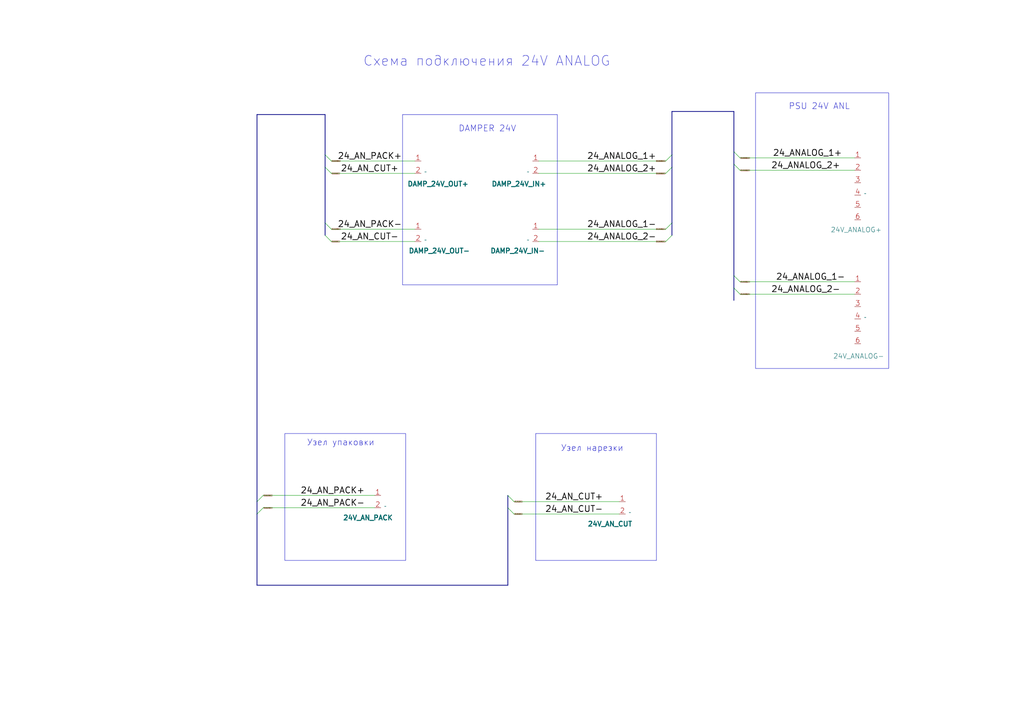
<source format=kicad_sch>
(kicad_sch (version 20231120) (generator "eeschema") (generator_version "8.0")
  (paper "A3")
  (lib_symbols
    (symbol "Connector:Conn_01x02_(wide)"
      (property "Reference" "J" (at 0 0 0))
      (symbol "Conn_01x02_(wide)_1_1"
        (pin input line (at -2.54 -5.08 0) (length 2.54) (name "") (number "1"))
        (pin input line (at -2.54 -10.16 0) (length 2.54) (name "") (number "2"))
      )
    )
    (symbol "Connector:Conn_01x06_(wide)"
      (property "Reference" "J" (at 0 0 0))
      (symbol "Conn_01x06_(wide)_1_1"
        (pin input line (at -2.54 -5.08 0) (length 2.54) (name "") (number "1"))
        (pin input line (at -2.54 -10.16 0) (length 2.54) (name "") (number "2"))
        (pin input line (at -2.54 -15.24 0) (length 2.54) (name "") (number "3"))
        (pin input line (at -2.54 -20.32 0) (length 2.54) (name "") (number "4"))
        (pin input line (at -2.54 -25.4 0) (length 2.54) (name "") (number "5"))
        (pin input line (at -2.54 -30.48 0) (length 2.54) (name "") (number "6"))
      )
    )
  )
  (bus_entry (at 300.99 67.31) (size 2.54 2.54))
  (bus_entry (at 275.59 96.52) (size -2.54 2.54))
  (bus_entry (at 300.99 62.23) (size 2.54 2.54))
  (bus_entry (at 208.28 203.2) (size 2.54 2.54))
  (bus_entry (at 133.35 91.44) (size 2.54 2.54))
  (bus_entry (at 275.59 91.44) (size -2.54 2.54))
  (bus_entry (at 105.41 205.74) (size 2.54 -2.54))
  (bus_entry (at 300.99 118.11) (size 2.54 2.54))
  (bus_entry (at 275.59 68.58) (size -2.54 2.54))
  (bus_entry (at 133.35 68.58) (size 2.54 2.54))
  (bus_entry (at 133.35 63.5) (size 2.54 2.54))
  (bus_entry (at 105.41 210.82) (size 2.54 -2.54))
  (bus_entry (at 208.28 208.28) (size 2.54 2.54))
  (bus_entry (at 300.99 113.03) (size 2.54 2.54))
  (bus_entry (at 275.59 63.5) (size -2.54 2.54))
  (bus_entry (at 133.35 96.52) (size 2.54 2.54))
  (bus (pts (xy 300.99 113.03) (xy 300.99 118.11)))
  (bus (pts (xy 300.99 67.31) (xy 300.99 113.03)))
  (bus (pts (xy 300.99 118.11) (xy 300.99 123.19)))
  (wire (pts (xy 220.98 71.12) (xy 273.05 71.12)))
  (wire (pts (xy 303.53 69.85) (xy 350.52 69.85)))
  (wire (pts (xy 107.95 208.28) (xy 153.67 208.28)))
  (bus (pts (xy 105.41 205.74) (xy 105.41 46.99)))
  (bus (pts (xy 105.41 205.74) (xy 105.41 210.82)))
  (wire (pts (xy 303.53 115.57) (xy 350.52 115.57)))
  (bus (pts (xy 275.59 91.44) (xy 275.59 96.52)))
  (wire (pts (xy 210.82 205.74) (xy 254 205.74)))
  (bus (pts (xy 275.59 63.5) (xy 275.59 68.58)))
  (wire (pts (xy 220.98 99.06) (xy 273.05 99.06)))
  (wire (pts (xy 220.98 93.98) (xy 273.05 93.98)))
  (bus (pts (xy 208.28 203.2) (xy 208.28 208.28)))
  (wire (pts (xy 210.82 210.82) (xy 254 210.82)))
  (wire (pts (xy 303.53 64.77) (xy 350.52 64.77)))
  (bus (pts (xy 133.35 68.58) (xy 133.35 91.44)))
  (bus (pts (xy 208.28 208.28) (xy 208.28 240.03)))
  (bus (pts (xy 105.41 240.03) (xy 105.41 210.82)))
  (wire (pts (xy 135.89 71.12) (xy 170.18 71.12)))
  (bus (pts (xy 300.99 62.23) (xy 300.99 67.31)))
  (wire (pts (xy 303.53 120.65) (xy 350.52 120.65)))
  (bus (pts (xy 275.59 63.5) (xy 275.59 45.72)))
  (bus (pts (xy 133.35 63.5) (xy 133.35 68.58)))
  (bus (pts (xy 275.59 68.58) (xy 275.59 91.44)))
  (bus (pts (xy 133.35 91.44) (xy 133.35 96.52)))
  (wire (pts (xy 135.89 66.04) (xy 170.18 66.04)))
  (wire (pts (xy 107.95 203.2) (xy 153.67 203.2)))
  (wire (pts (xy 135.89 93.98) (xy 170.18 93.98)))
  (bus (pts (xy 133.35 46.99) (xy 133.35 63.5)))
  (bus (pts (xy 300.99 45.72) (xy 300.99 62.23)))
  (bus (pts (xy 275.59 45.72) (xy 300.99 45.72)))
  (bus (pts (xy 208.28 240.03) (xy 105.41 240.03)))
  (wire (pts (xy 135.89 99.06) (xy 170.18 99.06)))
  (bus (pts (xy 105.41 46.99) (xy 133.35 46.99)))
  (wire (pts (xy 220.98 66.04) (xy 273.05 66.04)))
  (rectangle (start 165.1 46.99) (end 228.6 116.84))
  (rectangle (start 309.88 38.1) (end 364.49 151.13))
  (rectangle (start 116.84 177.8) (end 166.37 229.87))
  (rectangle (start 219.71 177.8) (end 269.24 229.87))
  (text "Схема подключения 24V ANALOG" (at 199.644 25.146 0) (effects (font (size 4 4))))
  (text "PSU 24V ANL" (at 336.042 43.688 0) (effects (font (size 2.5 2.5))))
  (text "Узел нарезки" (at 242.824 183.896 0) (effects (font (size 2.5 2.5))))
  (text "DAMPER 24V" (at 199.898 52.832 0) (effects (font (size 2.5 2.5))))
  (text "Узел упаковки" (at 139.7 181.61 0) (effects (font (size 2.5 2.5))))
  (label "24_AN_CUT+" (at 223.52 205.74 0) (effects (font (size 2.5 2.5) (thickness 0.3125))))
  (label "24_ANALOG_2-" (at 316.23 120.65 0) (effects (font (size 2.5 2.5) (thickness 0.3125))))
  (label "24_AN_PACK-" (at 123.19 208.28 0) (effects (font (size 2.5 2.5) (thickness 0.3125))))
  (label "24_ANALOG_1-" (at 346.71 115.57 180) (effects (font (size 2.5 2.5) (thickness 0.3125))))
  (label "24_ANALOG_1+" (at 345.44 64.77 180) (effects (font (size 2.5 2.5) (thickness 0.3125))))
  (label "24_ANALOG_1+" (at 269.24 66.04 180) (effects (font (size 2.5 2.5) (thickness 0.3125))))
  (label "24_ANALOG_1-" (at 269.24 93.98 180) (effects (font (size 2.5 2.5) (thickness 0.3125))))
  (label "24_AN_PACK+" (at 138.43 66.04 0) (effects (font (size 2.5 2.5) (thickness 0.3125))))
  (label "24_AN_CUT-" (at 139.7 99.06 0) (effects (font (size 2.5 2.5) (thickness 0.3125))))
  (label "24_ANALOG_2+" (at 316.23 69.85 0) (effects (font (size 2.5 2.5) (thickness 0.3125))))
  (label "24_AN_CUT-" (at 223.52 210.82 0) (effects (font (size 2.5 2.5) (thickness 0.3125))))
  (label "24_AN_CUT+" (at 139.7 71.12 0) (effects (font (size 2.5 2.5) (thickness 0.3125))))
  (label "24_AN_PACK-" (at 138.43 93.98 0) (effects (font (size 2.5 2.5) (thickness 0.3125))))
  (label "24_ANALOG_2+" (at 269.24 71.12 180) (effects (font (size 2.5 2.5) (thickness 0.3125))))
  (label "24_AN_PACK+" (at 123.19 203.2 0) (effects (font (size 2.5 2.5) (thickness 0.3125))))
  (label "24_ANALOG_2-" (at 269.24 99.06 180) (effects (font (size 2.5 2.5) (thickness 0.3125))))
  (global_label "24_ANALOG_1+" (shape input) (at 303.53 64.77 0) (effects (font (size 0.3 0.3))) (property "Intersheetrefs" "${INTERSHEET_REFS}" (effects (hide yes))))
  (global_label "24_AN_CUT-" (shape input) (at 210.82 210.82 0) (effects (font (size 0.3 0.3))) (property "Intersheetrefs" "${INTERSHEET_REFS}" (effects (hide yes))))
  (global_label "24_AN_PACK+" (shape input) (at 107.95 203.2 0) (effects (font (size 0.3 0.3))) (property "Intersheetrefs" "${INTERSHEET_REFS}" (effects (hide yes))))
  (global_label "24_ANALOG_2-" (shape input) (at 273.05 99.06 180) (effects (font (size 0.3 0.3))) (property "Intersheetrefs" "${INTERSHEET_REFS}" (effects (hide yes))))
  (global_label "24_ANALOG_1-" (shape input) (at 303.53 115.57 0) (effects (font (size 0.3 0.3))) (property "Intersheetrefs" "${INTERSHEET_REFS}" (effects (hide yes))))
  (global_label "24_AN_CUT+" (shape input) (at 210.82 205.74 0) (effects (font (size 0.3 0.3))) (property "Intersheetrefs" "${INTERSHEET_REFS}" (effects (hide yes))))
  (global_label "24_ANALOG_2+" (shape input) (at 303.53 69.85 0) (effects (font (size 0.3 0.3))) (property "Intersheetrefs" "${INTERSHEET_REFS}" (effects (hide yes))))
  (global_label "24_AN_CUT+" (shape input) (at 135.89 71.12 0) (effects (font (size 0.3 0.3))) (property "Intersheetrefs" "${INTERSHEET_REFS}" (effects (hide yes))))
  (global_label "24_AN_PACK-" (shape input) (at 135.89 93.98 0) (effects (font (size 0.3 0.3))) (property "Intersheetrefs" "${INTERSHEET_REFS}" (effects (hide yes))))
  (global_label "24_AN_CUT-" (shape input) (at 135.89 99.06 0) (effects (font (size 0.3 0.3))) (property "Intersheetrefs" "${INTERSHEET_REFS}" (effects (hide yes))))
  (global_label "24_ANALOG_2+" (shape input) (at 273.05 71.12 180) (effects (font (size 0.3 0.3))) (property "Intersheetrefs" "${INTERSHEET_REFS}" (effects (hide yes))))
  (global_label "24_AN_PACK-" (shape input) (at 107.95 208.28 0) (effects (font (size 0.3 0.3))) (property "Intersheetrefs" "${INTERSHEET_REFS}" (effects (hide yes))))
  (global_label "24_AN_PACK+" (shape input) (at 135.89 66.04 0) (effects (font (size 0.3 0.3))) (property "Intersheetrefs" "${INTERSHEET_REFS}" (effects (hide yes))))
  (global_label "24_ANALOG_2-" (shape input) (at 303.53 120.65 0) (effects (font (size 0.3 0.3))) (property "Intersheetrefs" "${INTERSHEET_REFS}" (effects (hide yes))))
  (global_label "24_ANALOG_1-" (shape input) (at 273.05 93.98 180) (effects (font (size 0.3 0.3))) (property "Intersheetrefs" "${INTERSHEET_REFS}" (effects (hide yes))))
  (global_label "24_ANALOG_1+" (shape input) (at 273.05 66.04 180) (effects (font (size 0.3 0.3))) (property "Intersheetrefs" "${INTERSHEET_REFS}" (effects (hide yes))))
  (symbol (lib_id "Connector:Conn_01x06_(wide)") (at 353.06 59.69 0) (unit 1)
    (property "Reference" "24V_ANALOG+" (at 340.614 94.234 0) (effects (font (size 2 2)) (justify left)))
    (property "Value" "~" (at 354.33 79.375 0) (effects (justify left)))
  )
  (symbol (lib_id "Connector:Conn_01x02_(wide)") (at 156.21 198.12 0) (unit 1)
    (property "Reference" "24V_AN_PACK" (at 140.462 212.344 0) (effects (font (size 2 2) (thickness 0.4) (bold yes)) (justify left)))
    (property "Value" "~" (at 157.48 207.645 0) (effects (justify left)))
  )
  (symbol (lib_id "Connector:Conn_01x02_(wide)") (at 256.54 200.66 0) (unit 1)
    (property "Reference" "24V_AN_CUT" (at 240.792 214.884 0) (effects (font (size 2 2) (thickness 0.4) (bold yes)) (justify left)))
    (property "Value" "~" (at 257.81 210.185 0) (effects (justify left)))
  )
  (symbol (lib_id "Connector:Conn_01x02_(wide)") (at 218.44 60.96 0) (mirror y) (unit 1)
    (property "Reference" "DAMP_24V_IN+" (at 224.282 75.438 0) (effects (font (size 2 2) (thickness 0.4) (bold yes)) (justify left)))
    (property "Value" "~" (at 217.17 70.485 0) (effects (justify left)))
  )
  (symbol (lib_id "Connector:Conn_01x02_(wide)") (at 172.72 60.96 0) (unit 1)
    (property "Reference" "DAMP_24V_OUT+" (at 166.878 75.438 0) (effects (font (size 2 2) (thickness 0.4) (bold yes)) (justify left)))
    (property "Value" "~" (at 173.99 70.485 0) (effects (justify left)))
  )
  (symbol (lib_id "Connector:Conn_01x06_(wide)") (at 353.06 110.49 0) (unit 1)
    (property "Reference" "24V_ANALOG-" (at 341.63 146.05 0) (effects (font (size 2 2)) (justify left)))
    (property "Value" "~" (at 354.33 130.175 0) (effects (justify left)))
  )
  (symbol (lib_id "Connector:Conn_01x02_(wide)") (at 172.72 88.9 0) (unit 1)
    (property "Reference" "DAMP_24V_OUT-" (at 167.386 102.87 0) (effects (font (size 2 2) (thickness 0.4) (bold yes)) (justify left)))
    (property "Value" "~" (at 173.99 98.425 0) (effects (justify left)))
  )
  (symbol (lib_id "Connector:Conn_01x02_(wide)") (at 218.44 88.9 0) (mirror y) (unit 1)
    (property "Reference" "DAMP_24V_IN-" (at 223.774 102.87 0) (effects (font (size 2 2) (thickness 0.4) (bold yes)) (justify left)))
    (property "Value" "~" (at 217.17 98.425 0) (effects (justify left)))
  )
)
</source>
